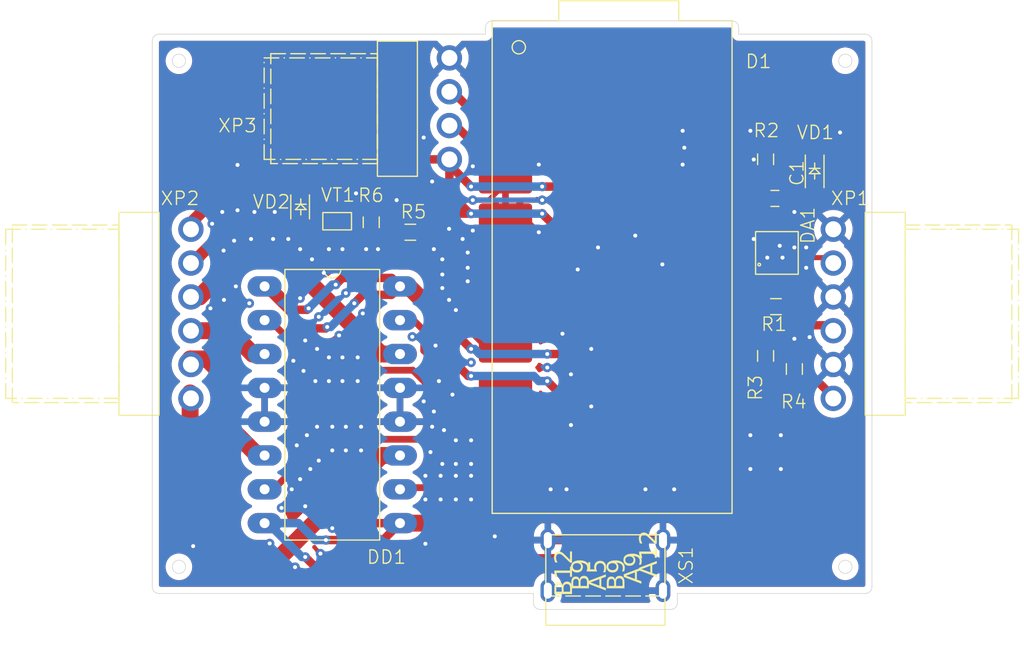
<source format=kicad_pcb>
(kicad_pcb (version 20241229) (generator "pcbnew") (generator_version "9.0")
  (layers (0 "F.Cu" signal) (2 "B.Cu" signal) (13 "F.Paste" user) (15 "B.Paste" user) (5 "F.SilkS" user "F.Silkscreen") (7 "B.SilkS" user "B.Silkscreen") (1 "F.Mask" user) (3 "B.Mask" user) (25 "Edge.Cuts" user))
  (net 0 "")
  (net 1 "GND")
  (net 2 "+5V")
  (net 3 "Net-(D1-Pad9)")
  (net 4 "Net-(D1-Pad8)")
  (net 5 "Net-(D1-Pad19)")
  (net 7 "Net-(D1-Pad7)")
  (net 8 "Net-(D1-Pad18)")
  (net 9 "Net-(D1-Pad0)")
  (net 17 "Net-(D1-Pad5)")
  (net 18 "Net-(D1-Pad1)")
  (net 19 "Net-(D1-Pad6)")
  (net 21 "Net-(DA1-Pad4)")
  (net 22 "Net-(DA1-Pad2)")
  (net 23 "Net-(DA1-Pad6)")
  (net 24 "Net-(DD1-Pad14)")
  (net 25 "Net-(R5-Pad2)")
  (net 28 "Net-(VD2-PadA)")
  (net 29 "Net-(DA1-Pad3)")
  (net 30 "Net-(DD1-Pad6)")
  (net 31 "Net-(DD1-Pad3)")
  (net 32 "Net-(DD1-Pad11)")
  (net 33 "Net-(D1-Pad21)")
  (footprint "MySmdSimpleComponents:resistor_0805_Most_Density" (layer "F.Cu") (at 98.679 139.446 -90)
    (property "Reference" "R4")
    (property "Value" "9,8 к" (hide yes))
  )
  (footprint "MySmdSimpleComponents:resistor_0805_Most_Density" (layer "F.Cu") (at 66.929 130.429 90)
    (property "Reference" "R6")
    (property "Value" "100 к" (hide yes))
  )
  (footprint "MySmdSimpleComponents:resistor_0805_Most_Density" (layer "F.Cu") (at 96.52 140.462 90)
    (property "Reference" "R3")
    (property "Value" "20 к" (hide yes))
  )
  (footprint "MyPCBConnectorsAndHeaders:USB-Type-C-4125-GF-A-0190" (layer "F.Cu") (at 80.18 153.291)
    (property "Reference" "XS1")
    (property "Value" "USB тип C")
  )
  (footprint "ArduinoPCB:proMicroSMD" (layer "F.Cu") (at 77.0025 121.285)
    (property "Reference" "D1")
    (property "Value" "Arduino Pro Micro")
  )
  (footprint "MyPCBConnectorsAndHeaders:WF-6R" (layer "F.Cu") (at 101.6 129.95)
    (property "Reference" "XP1")
    (property "Value" "WF-6R")
  )
  (footprint "MySmdIntegratedCircuits:MSOP-8" (layer "F.Cu") (at 96.393 133.604 90)
    (property "Reference" "DA1")
    (property "Value" "AD8220" (hide yes))
  )
  (footprint "MySmdSimpleComponents:resistor_0805_Most_Density" (layer "F.Cu") (at 70.866 130.175 180)
    (property "Reference" "R5")
    (property "Value" "10 к" (hide yes))
  )
  (footprint "MyThroughHoleIntegraitedCircuits:PowerDIP-16" (layer "F.Cu") (at 58.928 134.239)
    (property "Reference" "DD1")
    (property "Value" "L293D")
  )
  (footprint "MyPCBConnectorsAndHeaders:WF-6R" (layer "F.Cu") (at 53.4 142.65 180)
    (property "Reference" "XP2")
    (property "Value" "WF-6R")
  )
  (footprint "MySmdSimpleComponents:resistor_0805_Most_Density" (layer "F.Cu") (at 98.298 135.763 180)
    (property "Reference" "R1")
    (property "Value" "3,3 к" (hide yes))
  )
  (footprint "MySmdSimpleComponents:resistor_0805_Most_Density" (layer "F.Cu") (at 96.52 123.698 -90)
    (property "Reference" "R2")
    (property "Value" "510" (hide yes))
  )
  (footprint "MySmdSimpleComponents:diode_SOD-323_Most_Density" (layer "F.Cu") (at 61.595 126.873 -90)
    (property "Reference" "VD2")
    (property "Value" "PMEG2020" (hide yes))
  )
  (footprint "MySmdSimpleComponents:transistor-SOT-323" (layer "F.Cu") (at 65.024 128.397 -90)
    (property "Reference" "VT1")
    (property "Value" "DMG1012UW-7" (hide yes))
  )
  (footprint "MySmdSimpleComponents:capacitor_0805_Most_Density" (layer "F.Cu") (at 98.171 127.635 180)
    (property "Reference" "C1")
    (property "Value" "0,1 мк" (hide yes))
  )
  (footprint "MyPCBConnectorsAndHeaders:WF-4R" (layer "F.Cu") (at 72.794 124.704 180)
    (property "Reference" "XP3")
    (property "Value" "WF-4R")
  )
  (footprint "MySmdSimpleComponents:diode_SOD-80C_Most_Density" (layer "F.Cu") (at 100.203 123.778 -90)
    (property "Reference" "VD1")
    (property "Value" "BZX55C2V4" (hide yes))
  )
  (gr_arc (start 89.9 158) (mid 89.753553 158.353553) (end 89.4 158.5) (stroke (width 0.05)) (layer "Edge.Cuts"))
  (gr_line (start 79.1 157.3) (end 51 157.3) (stroke (width 0.05)) (layer "Edge.Cuts"))
  (gr_line (start 89.9 158) (end 89.9 157.3) (stroke (width 0.05)) (layer "Edge.Cuts"))
  (gr_line (start 76 114.3) (end 94 114.3) (stroke (width 0.05)) (layer "Edge.Cuts"))
  (gr_line (start 94.5 115.3) (end 104 115.3) (stroke (width 0.05)) (layer "Edge.Cuts"))
  (gr_arc (start 51 157.3) (mid 50.646447 157.153553) (end 50.5 156.8) (stroke (width 0.05)) (layer "Edge.Cuts"))
  (gr_arc (start 94 114.3) (mid 94.353553 114.446447) (end 94.5 114.8) (stroke (width 0.05)) (layer "Edge.Cuts"))
  (gr_circle (center 102.5 117.3) (end 102.5 116.8) (stroke (width 0.05)) (fill no) (layer "Edge.Cuts"))
  (gr_line (start 75.5 114.8) (end 75.5 115.3) (stroke (width 0.05)) (layer "Edge.Cuts"))
  (gr_circle (center 52.5 117.3) (end 52.5 116.8) (stroke (width 0.05)) (fill no) (layer "Edge.Cuts"))
  (gr_arc (start 104 115.3) (mid 104.353553 115.446447) (end 104.5 115.8) (stroke (width 0.05)) (layer "Edge.Cuts"))
  (gr_arc (start 75.5 114.8) (mid 75.646447 114.446447) (end 76 114.3) (stroke (width 0.05)) (layer "Edge.Cuts"))
  (gr_circle (center 52.5 155.3) (end 52.5 154.8) (stroke (width 0.05)) (fill no) (layer "Edge.Cuts"))
  (gr_line (start 104.5 115.8) (end 104.5 156.8) (stroke (width 0.05)) (layer "Edge.Cuts"))
  (gr_line (start 89.4 158.5) (end 79.6 158.5) (stroke (width 0.05)) (layer "Edge.Cuts"))
  (gr_line (start 89.9 157.3) (end 104 157.3) (stroke (width 0.05)) (layer "Edge.Cuts"))
  (gr_circle (center 102.5 155.3) (end 102.5 154.8) (stroke (width 0.05)) (fill no) (layer "Edge.Cuts"))
  (gr_line (start 51 115.3) (end 75.5 115.3) (stroke (width 0.05)) (layer "Edge.Cuts"))
  (gr_line (start 50.5 156.8) (end 50.5 115.8) (stroke (width 0.05)) (layer "Edge.Cuts"))
  (gr_arc (start 50.5 115.8) (mid 50.646447 115.446447) (end 51 115.3) (stroke (width 0.05)) (layer "Edge.Cuts"))
  (gr_line (start 94.5 114.8) (end 94.5 115.3) (stroke (width 0.05)) (layer "Edge.Cuts"))
  (gr_arc (start 79.6 158.5) (mid 79.246447 158.353553) (end 79.1 158) (stroke (width 0.05)) (layer "Edge.Cuts"))
  (gr_line (start 79.1 157.3) (end 79.1 158) (stroke (width 0.05)) (layer "Edge.Cuts"))
  (gr_arc (start 104.5 156.8) (mid 104.353553 157.153553) (end 104 157.3) (stroke (width 0.05)) (layer "Edge.Cuts"))
  (segment (start 96.393 133.604) (end 96.393 132.334) (width 0.381) (layer "F.Cu") (net 1))
  (segment (start 98.679 128.651) (end 98.171 128.143) (width 0.635) (layer "F.Cu") (net 1))
  (segment (start 93.0275 123.825) (end 94.742 123.825) (width 0.381) (layer "F.Cu") (net 1))
  (segment (start 74.549 130.048) (end 74.93 130.048) (width 0.381) (layer "F.Cu") (net 1))
  (segment (start 98.759 127.428) (end 100.203 127.428) (width 0.635) (layer "F.Cu") (net 1))
  (segment (start 75.7555 127.762) (end 77.0025 126.515) (width 0.381) (layer "F.Cu") (net 1))
  (segment (start 74.549 127.762) (end 76.0095 127.762) (width 0.381) (layer "F.Cu") (net 1))
  (segment (start 77.1525 128.905) (end 78.2955 127.762) (width 0.381) (layer "F.Cu") (net 1))
  (segment (start 77.1525 128.905) (end 78.232 128.905) (width 0.381) (layer "F.Cu") (net 1))
  (segment (start 90.297 125.095) (end 90.678 125.095) (width 0.381) (layer "F.Cu") (net 1))
  (segment (start 96.393 132.334) (end 96.647 132.08) (width 0.381) (layer "F.Cu") (net 1))
  (segment (start 78.232 126.365) (end 79.502 125.095) (width 0.381) (layer "F.Cu") (net 1))
  (segment (start 74.549 127.762) (end 75.7555 127.762) (width 0.381) (layer "F.Cu") (net 1))
  (segment (start 98.298 127.508) (end 98.679 127.508) (width 0.635) (layer "F.Cu") (net 1))
  (segment (start 74.93 130.048) (end 76.073 128.905) (width 0.381) (layer "F.Cu") (net 1))
  (segment (start 74.549 125.222) (end 74.93 125.222) (width 0.381) (layer "F.Cu") (net 1))
  (segment (start 77.0025 126.515) (end 77.0025 126.365) (width 0.381) (layer "F.Cu") (net 1))
  (segment (start 94.742 123.825) (end 95.631 124.714) (width 0.381) (layer "F.Cu") (net 1))
  (segment (start 90.424 123.825) (end 93.0275 123.825) (width 0.381) (layer "F.Cu") (net 1))
  (segment (start 98.679 127.508) (end 98.759 127.428) (width 0.635) (layer "F.Cu") (net 1))
  (segment (start 98.171 127.635) (end 98.298 127.508) (width 0.635) (layer "F.Cu") (net 1))
  (segment (start 90.678 125.095) (end 91.948 123.825) (width 0.381) (layer "F.Cu") (net 1))
  (segment (start 80.18 153.291) (end 81.67 153.291) (width 0.635) (layer "F.Cu") (net 1))
  (segment (start 74.93 125.222) (end 76.073 126.365) (width 0.381) (layer "F.Cu") (net 1))
  (segment (start 95.377 122.555) (end 94.107 123.825) (width 0.381) (layer "F.Cu") (net 1))
  (segment (start 90.678 122.555) (end 91.948 123.825) (width 0.381) (layer "F.Cu") (net 1))
  (segment (start 98.171 128.143) (end 98.171 127.635) (width 0.635) (layer "F.Cu") (net 1))
  (segment (start 78.232 128.905) (end 79.502 130.175) (width 0.381) (layer "F.Cu") (net 1))
  (segment (start 76.073 126.365) (end 78.232 126.365) (width 0.381) (layer "F.Cu") (net 1))
  (segment (start 76.073 128.905) (end 77.1525 128.905) (width 0.381) (layer "F.Cu") (net 1))
  (segment (start 81.67 153.291) (end 81.75 153.211) (width 0.635) (layer "F.Cu") (net 1))
  (segment (start 94.107 123.825) (end 93.0275 123.825) (width 0.381) (layer "F.Cu") (net 1))
  (segment (start 78.2955 127.762) (end 79.756 127.762) (width 0.381) (layer "F.Cu") (net 1))
  (segment (start 77.0025 128.755) (end 77.0025 128.905) (width 0.381) (layer "F.Cu") (net 1))
  (segment (start 76.0095 127.762) (end 77.0025 128.755) (width 0.381) (layer "F.Cu") (net 1))
  (segment (start 91.948 123.825) (end 93.0275 123.825) (width 0.381) (layer "F.Cu") (net 1))
  (segment (start 90.297 122.555) (end 90.678 122.555) (width 0.381) (layer "F.Cu") (net 1))
  (via (at 71.374 146.685) (size 0.7) (drill 0.3) (layers "F.Cu" "B.Cu") (net 1))
  (via (at 53.5686 153.7462) (size 0.7) (drill 0.3) (layers "F.Cu" "B.Cu") (net 1))
  (via (at 61.595 131.445) (size 0.7) (drill 0.3) (layers "F.Cu" "B.Cu") (net 1))
  (via (at 72.263 134.366) (size 0.7) (drill 0.3) (layers "F.Cu" "B.Cu") (net 1))
  (via (at 90.297 125.095) (size 0.7) (drill 0.3) (layers "F.Cu" "B.Cu") (net 1))
  (via (at 72.263 133.35) (size 0.7) (drill 0.3) (layers "F.Cu" "B.Cu") (net 1))
  (via (at 83.439 138.938) (size 0.7) (drill 0.3) (layers "F.Cu" "B.Cu") (net 1))
  (via (at 95.377 122.555) (size 0.7) (drill 0.3) (layers "F.Cu" "B.Cu") (net 1))
  (via (at 82.423 132.969) (size 0.7) (drill 0.3) (layers "F.Cu" "B.Cu") (net 1))
  (via (at 89.662 149.479) (size 0.7) (drill 0.3) (layers "F.Cu" "B.Cu") (net 1))
  (via (at 66.167 144.78) (size 0.7) (drill 0.3) (layers "F.Cu" "B.Cu") (net 1))
  (via (at 79.502 125.095) (size 0.7) (drill 0.3) (layers "F.Cu" "B.Cu") (net 1))
  (via (at 83.439 143.256) (size 0.7) (drill 0.3) (layers "F.Cu" "B.Cu") (net 1))
  (via (at 73.279 147.574) (size 0.7) (drill 0.3) (layers "F.Cu" "B.Cu") (net 1))
  (via (at 83.947 131.318) (size 0.7) (drill 0.3) (layers "F.Cu" "B.Cu") (net 1))
  (via (at 66.167 146.558) (size 0.7) (drill 0.3) (layers "F.Cu" "B.Cu") (net 1))
  (via (at 63.373 133.223) (size 0.7) (drill 0.3) (layers "F.Cu" "B.Cu") (net 1))
  (via (at 68.834 127.762) (size 0.7) (drill 0.3) (layers "F.Cu" "B.Cu") (net 1))
  (via (at 62.357 147.955) (size 0.7) (drill 0.3) (layers "F.Cu" "B.Cu") (net 1))
  (via (at 62.992 136.525) (size 0.7) (drill 0.3) (layers "F.Cu" "B.Cu") (net 1))
  (via (at 74.549 130.048) (size 0.7) (drill 0.3) (layers "F.Cu" "B.Cu") (net 1))
  (via (at 65.913 139.573) (size 0.7) (drill 0.3) (layers "F.Cu" "B.Cu") (net 1))
  (via (at 74.549 125.222) (size 0.7) (drill 0.3) (layers "F.Cu" "B.Cu") (net 1))
  (via (at 71.628 131.445) (size 0.7) (drill 0.3) (layers "F.Cu" "B.Cu") (net 1))
  (via (at 65.024 134.747) (size 0.7) (drill 0.3) (layers "F.Cu" "B.Cu") (net 1))
  (via (at 64.008 152.4) (size 0.7) (drill 0.3) (layers "F.Cu" "B.Cu") (net 1))
  (via (at 97.663 145.415) (size 0.7) (drill 0.3) (layers "F.Cu" "B.Cu") (net 1))
  (via (at 99.822 138.049) (size 0.7) (drill 0.3) (layers "F.Cu" "B.Cu") (net 1))
  (via (at 62.865 138.938) (size 0.7) (drill 0.3) (layers "F.Cu" "B.Cu") (net 1))
  (via (at 59.309 153.543) (size 0.7) (drill 0.3) (layers "F.Cu" "B.Cu") (net 1))
  (via (at 64.516 137.922) (size 0.7) (drill 0.3) (layers "F.Cu" "B.Cu") (net 1))
  (via (at 72.136 150.241) (size 0.7) (drill 0.3) (layers "F.Cu" "B.Cu") (net 1))
  (via (at 95.377 147.955) (size 0.7) (drill 0.3) (layers "F.Cu" "B.Cu") (net 1))
  (via (at 65.913 141.351) (size 0.7) (drill 0.3) (layers "F.Cu" "B.Cu") (net 1))
  (via (at 76.2 153.0096) (size 0.7) (drill 0.3) (layers "F.Cu" "B.Cu") (net 1))
  (via (at 67.437 131.445) (size 0.7) (drill 0.3) (layers "F.Cu" "B.Cu") (net 1))
  (via (at 73.279 136.017) (size 0.7) (drill 0.3) (layers "F.Cu" "B.Cu") (net 1))
  (via (at 64.77 141.351) (size 0.7) (drill 0.3) (layers "F.Cu" "B.Cu") (net 1))
  (via (at 86.741 130.429) (size 0.7) (drill 0.3) (layers "F.Cu" "B.Cu") (net 1))
  (via (at 98.679 138.176) (size 0.7) (drill 0.3) (layers "F.Cu" "B.Cu") (net 1))
  (via (at 73.025 142.367) (size 0.7) (drill 0.3) (layers "F.Cu" "B.Cu") (net 1))
  (via (at 97.663 147.955) (size 0.7) (drill 0.3) (layers "F.Cu" "B.Cu") (net 1))
  (via (at 74.422 150.241) (size 0.7) (drill 0.3) (layers "F.Cu" "B.Cu") (net 1))
  (via (at 72.771 129.921) (size 0.7) (drill 0.3) (layers "F.Cu" "B.Cu") (net 1))
  (via (at 66.294 136.271) (size 0.7) (drill 0.3) (layers "F.Cu" "B.Cu") (net 1))
  (via (at 81.5848 149.479) (size 0.7) (drill 0.3) (layers "F.Cu" "B.Cu") (net 1))
  (via (at 60.198 150.876) (size 0.7) (drill 0.3) (layers "F.Cu" "B.Cu") (net 1))
  (via (at 72.771 135.255) (size 0.7) (drill 0.3) (layers "F.Cu" "B.Cu") (net 1))
  (via (at 72.263 132.207) (size 0.7) (drill 0.3) (layers "F.Cu" "B.Cu") (net 1))
  (via (at 102.108 122.682) (size 0.7) (drill 0.3) (layers "F.Cu" "B.Cu") (net 1))
  (via (at 79.502 130.175) (size 0.7) (drill 0.3) (layers "F.Cu" "B.Cu") (net 1))
  (via (at 60.706 130.683) (size 0.7) (drill 0.3) (layers "F.Cu" "B.Cu") (net 1))
  (via (at 87.503 149.479) (size 0.7) (drill 0.3) (layers "F.Cu" "B.Cu") (net 1))
  (via (at 95.377 145.415) (size 0.7) (drill 0.3) (layers "F.Cu" "B.Cu") (net 1))
  (via (at 97.579898 131.191) (size 0.7) (drill 0.3) (layers "F.Cu" "B.Cu") (net 1))
  (via (at 81.28 137.795) (size 0.7) (drill 0.3) (layers "F.Cu" "B.Cu") (net 1))
  (via (at 98.679 131.318) (size 0.7) (drill 0.3) (layers "F.Cu" "B.Cu") (net 1))
  (via (at 63.754 131.445) (size 0.7) (drill 0.3) (layers "F.Cu" "B.Cu") (net 1))
  (via (at 57.912 130.683) (size 0.7) (drill 0.3) (layers "F.Cu" "B.Cu") (net 1))
  (via (at 81.915 144.653) (size 0.7) (drill 0.3) (layers "F.Cu" "B.Cu") (net 1))
  (via (at 74.422 148.463) (size 0.7) (drill 0.3) (layers "F.Cu" "B.Cu") (net 1))
  (via (at 71.755 138.684) (size 0.7) (drill 0.3) (layers "F.Cu" "B.Cu") (net 1))
  (via (at 96.647 132.08) (size 0.7) (drill 0.3) (layers "F.Cu" "B.Cu") (net 1))
  (via (at 61.595 135.128) (size 0.7) (drill 0.3) (layers "F.Cu" "B.Cu") (net 1))
  (via (at 55.851093 131.551093) (size 0.7) (drill 0.3) (layers "F.Cu" "B.Cu") (net 1))
  (via (at 99.568 132.842) (size 0.7) (drill 0.3) (layers "F.Cu" "B.Cu") (net 1))
  (via (at 57.785 135.509) (size 0.7) (drill 0.3) (layers "F.Cu" "B.Cu") (net 1))
  (via (at 61.595 148.717) (size 0.7) (drill 0.3) (layers "F.Cu" "B.Cu") (net 1))
  (via (at 56.769 134.239) (size 0.7) (drill 0.3) (layers "F.Cu" "B.Cu") (net 1))
  (via (at 72.136 148.463) (size 0.7) (drill 0.3) (layers "F.Cu" "B.Cu") (net 1))
  (via (at 65.024 144.78) (size 0.7) (drill 0.3) (layers "F.Cu" "B.Cu") (net 1))
  (via (at 54.991 129.54) (size 0.7) (drill 0.3) (layers "F.Cu" "B.Cu") (net 1))
  (via (at 74.422 147.574) (size 0.7) (drill 0.3) (layers "F.Cu" "B.Cu") (net 1))
  (via (at 80.391 149.479) (size 0.7) (drill 0.3) (layers "F.Cu" "B.Cu") (net 1))
  (via (at 61.087 139.827) (size 0.7) (drill 0.3) (layers "F.Cu" "B.Cu") (net 1))
  (via (at 62.484 132.207) (size 0.7) (drill 0.3) (layers "F.Cu" "B.Cu") (net 1))
  (via (at 60.96 149.479) (size 0.7) (drill 0.3) (layers "F.Cu" "B.Cu") (net 1))
  (via (at 73.279 145.796) (size 0.7) (drill 0.3) (layers "F.Cu" "B.Cu") (net 1))
  (via (at 65.786 127.254) (size 0.7) (drill 0.3) (layers "F.Cu" "B.Cu") (net 1))
  (via (at 64.008 146.558) (size 0.7) (drill 0.3) (layers "F.Cu" "B.Cu") (net 1))
  (via (at 61.341 146.177) (size 0.7) (drill 0.3) (layers "F.Cu" "B.Cu") (net 1))
  (via (at 58.166 128.651) (size 0.7) (drill 0.3) (layers "F.Cu" "B.Cu") (net 1))
  (via (at 88.773 132.588) (size 0.7) (drill 0.3) (layers "F.Cu" "B.Cu") (net 1))
  (via (at 74.549 127.762) (size 0.7) (drill 0.3) (layers "F.Cu" "B.Cu") (net 1))
  (via (at 64.008 144.78) (size 0.7) (drill 0.3) (layers "F.Cu" "B.Cu") (net 1))
  (via (at 59.69 128.651) (size 0.7) (drill 0.3) (layers "F.Cu" "B.Cu") (net 1))
  (via (at 81.915 140.843) (size 0.7) (drill 0.3) (layers "F.Cu" "B.Cu") (net 1))
  (via (at 61.214 155.321) (size 0.7) (drill 0.3) (layers "F.Cu" "B.Cu") (net 1))
  (via (at 55.753 128.651) (size 0.7) (drill 0.3) (layers "F.Cu" "B.Cu") (net 1))
  (via (at 70.993 150.241) (size 0.7) (drill 0.3) (layers "F.Cu" "B.Cu") (net 1))
  (via (at 90.424 123.825) (size 0.7) (drill 0.3) (layers "F.Cu" "B.Cu") (net 1))
  (via (at 70.993 148.463) (size 0.7) (drill 0.3) (layers "F.Cu" "B.Cu") (net 1))
  (via (at 74.422 145.796) (size 0.7) (drill 0.3) (layers "F.Cu" "B.Cu") (net 1))
  (via (at 59.563 130.683) (size 0.7) (drill 0.3) (layers "F.Cu" "B.Cu") (net 1))
  (via (at 70.866 142.875) (size 0.7) (drill 0.3) (layers "F.Cu" "B.Cu") (net 1))
  (via (at 61.976 150.749) (size 0.7) (drill 0.3) (layers "F.Cu" "B.Cu") (net 1))
  (via (at 73.279 150.241) (size 0.7) (drill 0.3) (layers "F.Cu" "B.Cu") (net 1))
  (via (at 55.88 135.255) (size 0.7) (drill 0.3) (layers "F.Cu" "B.Cu") (net 1))
  (via (at 70.866 123.063) (size 0.7) (drill 0.3) (layers "F.Cu" "B.Cu") (net 1))
  (via (at 90.297 122.555) (size 0.7) (drill 0.3) (layers "F.Cu" "B.Cu") (net 1))
  (via (at 61.849 140.589) (size 0.7) (drill 0.3) (layers "F.Cu" "B.Cu") (net 1))
  (via (at 63.754 139.573) (size 0.7) (drill 0.3) (layers "F.Cu" "B.Cu") (net 1))
  (via (at 63.119 154.305) (size 0.7) (drill 0.3) (layers "F.Cu" "B.Cu") (net 1))
  (via (at 73.787 130.683) (size 0.7) (drill 0.3) (layers "F.Cu" "B.Cu") (net 1))
  (via (at 74.422 139.954) (size 0.7) (drill 0.3) (layers "F.Cu" "B.Cu") (net 1))
  (via (at 62.103 145.415) (size 0.7) (drill 0.3) (layers "F.Cu" "B.Cu") (net 1))
  (via (at 71.628 143.637) (size 0.7) (drill 0.3) (layers "F.Cu" "B.Cu") (net 1))
  (via (at 62.992 147.32) (size 0.7) (drill 0.3) (layers "F.Cu" "B.Cu") (net 1))
  (via (at 72.009 141.351) (size 0.7) (drill 0.3) (layers "F.Cu" "B.Cu") (net 1))
  (via (at 65.024 146.558) (size 0.7) (drill 0.3) (layers "F.Cu" "B.Cu") (net 1))
  (via (at 56.896 125.1204) (size 0.7) (drill 0.3) (layers "F.Cu" "B.Cu") (net 1))
  (via (at 72.263 147.574) (size 0.7) (drill 0.3) (layers "F.Cu" "B.Cu") (net 1))
  (via (at 71.501 126.365) (size 0.7) (drill 0.3) (layers "F.Cu" "B.Cu") (net 1))
  (via (at 99.568 131.318) (size 0.7) (drill 0.3) (layers "F.Cu" "B.Cu") (net 1))
  (via (at 61.976 138.303) (size 0.7) (drill 0.3) (layers "F.Cu" "B.Cu") (net 1))
  (via (at 66.548 131.445) (size 0.7) (drill 0.3) (layers "F.Cu" "B.Cu") (net 1))
  (via (at 73.279 148.463) (size 0.7) (drill 0.3) (layers "F.Cu" "B.Cu") (net 1))
  (via (at 64.77 131.445) (size 0.7) (drill 0.3) (layers "F.Cu" "B.Cu") (net 1))
  (via (at 72.39 145.034) (size 0.7) (drill 0.3) (layers "F.Cu" "B.Cu") (net 1))
  (via (at 62.738 141.351) (size 0.7) (drill 0.3) (layers "F.Cu" "B.Cu") (net 1))
  (via (at 62.865 144.78) (size 0.7) (drill 0.3) (layers "F.Cu" "B.Cu") (net 1))
  (via (at 74.168 133.858) (size 0.7) (drill 0.3) (layers "F.Cu" "B.Cu") (net 1))
  (via (at 95.631 124.714) (size 0.7) (drill 0.3) (layers "F.Cu" "B.Cu") (net 1))
  (via (at 70.993 153.5684) (size 0.7) (drill 0.3) (layers "F.Cu" "B.Cu") (net 1))
  (via (at 97.79 132.08) (size 0.7) (drill 0.3) (layers "F.Cu" "B.Cu") (net 1))
  (via (at 74.168 131.699) (size 0.7) (drill 0.3) (layers "F.Cu" "B.Cu") (net 1))
  (via (at 71.501 144.78) (size 0.7) (drill 0.3) (layers "F.Cu" "B.Cu") (net 1))
  (via (at 80.137 140.335) (size 0.7) (drill 0.3) (layers "F.Cu" "B.Cu") (net 1))
  (via (at 54.864 135.89) (size 0.7) (drill 0.3) (layers "F.Cu" "B.Cu") (net 1))
  (via (at 56.642 130.81) (size 0.7) (drill 0.3) (layers "F.Cu" "B.Cu") (net 1))
  (via (at 63.754 141.351) (size 0.7) (drill 0.3) (layers "F.Cu" "B.Cu") (net 1))
  (via (at 74.168 132.842) (size 0.7) (drill 0.3) (layers "F.Cu" "B.Cu") (net 1))
  (via (at 56.896 128.524) (size 0.7) (drill 0.3) (layers "F.Cu" "B.Cu") (net 1))
  (via (at 64.77 139.573) (size 0.7) (drill 0.3) (layers "F.Cu" "B.Cu") (net 1))
  (via (at 79.756 127.762) (size 0.7) (drill 0.3) (layers "F.Cu" "B.Cu") (net 1))
  (via (at 98.679 128.651) (size 0.7) (drill 0.3) (layers "F.Cu" "B.Cu") (net 1))
  (via (at 70.010891 138.023673) (size 0.7) (drill 0.3) (layers "F.Cu" "B.Cu") (net 1))
  (via (at 95.631 130.683) (size 0.7) (drill 0.3) (layers "F.Cu" "B.Cu") (net 1))
  (segment (start 69.596 126.238) (end 62.227 126.238) (width 0.889) (layer "F.Cu") (net 2))
  (segment (start 74.422 138.938) (end 72.644 137.16) (width 0.635) (layer "F.Cu") (net 2))
  (segment (start 60.325 135.382) (end 60.325 135.636) (width 0.635) (layer "F.Cu") (net 2))
  (segment (start 56 126.87) (end 53.4 129.47) (width 0.889) (layer "F.Cu") (net 2))
  (segment (start 80.137 139.319) (end 82.042 139.319) (width 0.635) (layer "F.Cu") (net 2))
  (segment (start 69.723 134.239) (end 69.088 134.239) (width 1.27) (layer "F.Cu") (net 2))
  (segment (start 96.276 127.635) (end 95.9358 127.635) (width 0.889) (layer "F.Cu") (net 2))
  (segment (start 90.297 128.905) (end 85.09 134.112) (width 1.27) (layer "F.Cu") (net 2))
  (segment (start 82.3142 151.7142) (end 82.98 152.38) (width 0.635) (layer "F.Cu") (net 2))
  (segment (start 95.9358 127.635) (end 94.6658 128.905) (width 0.889) (layer "F.Cu") (net 2))
  (segment (start 96.064 126.114) (end 96.064 127.5068) (width 0.762) (layer "F.Cu") (net 2))
  (segment (start 62.23 135.89) (end 62.1235 135.9965) (width 0.635) (layer "F.Cu") (net 2))
  (segment (start 93.0275 128.905) (end 90.297 128.905) (width 1.27) (layer "F.Cu") (net 2))
  (segment (start 82.98 149.049) (end 85.09 146.939) (width 0.635) (layer "F.Cu") (net 2))
  (segment (start 64.262 134.112) (end 64.77 133.604) (width 0.635) (layer "F.Cu") (net 2))
  (segment (start 94.878 151.7) (end 96.647 149.931) (width 0.635) (layer "F.Cu") (net 2))
  (segment (start 59.182 134.239) (end 59.309 134.366) (width 0.635) (layer "F.Cu") (net 2))
  (segment (start 96.464 125.714) (end 96.276 125.902) (width 0.762) (layer "F.Cu") (net 2))
  (segment (start 66.294 152.019) (end 69.088 152.019) (width 0.635) (layer "F.Cu") (net 2))
  (segment (start 96.276 128.2188) (end 96.378 128.3208) (width 0.381) (layer "F.Cu") (net 2))
  (segment (start 53.4 129.95) (end 53.34 129.89) (width 0.889) (layer "F.Cu") (net 2))
  (segment (start 65.659 135.509) (end 66.294 134.874) (width 0.635) (layer "F.Cu") (net 2))
  (segment (start 86.02 153.211) (end 86.02 152.611) (width 0.635) (layer "F.Cu") (net 2))
  (segment (start 85.09 130.937) (end 80.899 126.746) (width 0.635) (layer "F.Cu") (net 2))
  (segment (start 85.09 134.112) (end 85.09 146.939) (width 1.27) (layer "F.Cu") (net 2))
  (segment (start 74.209755 140.97) (end 74.422 140.97) (width 0.635) (layer "F.Cu") (net 2))
  (segment (start 72.644 137.16) (end 69.723 134.239) (width 1.27) (layer "F.Cu") (net 2))
  (segment (start 96.647 149.931) (end 96.647 140.629) (width 0.635) (layer "F.Cu") (net 2))
  (segment (start 72.644 139.404245) (end 72.644 137.16) (width 0.635) (layer "F.Cu") (net 2))
  (segment (start 53.4 129.47) (end 53.4 129.95) (width 0.889) (layer "F.Cu") (net 2))
  (segment (start 72.794 124.45) (end 72.794 124.991) (width 0.635) (layer "F.Cu") (net 2))
  (segment (start 72.136 128.778) (end 74.422 128.778) (width 0.635) (layer "F.Cu") (net 2))
  (segment (start 73.5838 151.7142) (end 82.3142 151.7142) (width 0.635) (layer "F.Cu") (net 2))
  (segment (start 61.235255 135.9965) (end 60.620755 135.382) (width 0.635) (layer "F.Cu") (net 2))
  (segment (start 86.02 151.98) (end 86.02 147.869) (width 0.635) (layer "F.Cu") (net 2))
  (segment (start 82.042 139.319) (end 85.09 142.367) (width 0.635) (layer "F.Cu") (net 2))
  (segment (start 64.897 155.194) (end 66.802 153.289) (width 0.635) (layer "F.Cu") (net 2))
  (segment (start 79.756 128.778) (end 85.09 134.112) (width 0.635) (layer "F.Cu") (net 2))
  (segment (start 61.976 154.559) (end 62.611 155.194) (width 0.635) (layer "F.Cu") (net 2))
  (segment (start 96.064 127.5068) (end 94.6658 128.905) (width 0.762) (layer "F.Cu") (net 2))
  (segment (start 85.09 146.304) (end 85.09 146.939) (width 0.635) (layer "F.Cu") (net 2))
  (segment (start 96.647 140.629) (end 96.464 140.446) (width 0.635) (layer "F.Cu") (net 2))
  (segment (start 80.137 141.351) (end 85.09 146.304) (width 0.635) (layer "F.Cu") (net 2))
  (segment (start 94.6658 128.905) (end 93.0275 128.905) (width 0.762) (layer "F.Cu") (net 2))
  (segment (start 62.611 155.194) (end 64.897 155.194) (width 0.635) (layer "F.Cu") (net 2))
  (segment (start 85.5394 154.6606) (end 86.02 154.18) (width 0.635) (layer "F.Cu") (net 2))
  (segment (start 86.02 152.611) (end 86.931 151.7) (width 0.635) (layer "F.Cu") (net 2))
  (segment (start 85.09 142.367) (end 85.09 146.939) (width 0.635) (layer "F.Cu") (net 2))
  (segment (start 96.276 127.635) (end 96.276 128.2188) (width 0.381) (layer "F.Cu") (net 2))
  (segment (start 73.279 152.019) (end 73.5838 151.7142) (width 0.635) (layer "F.Cu") (net 2))
  (segment (start 73.279 152.019) (end 75.9206 154.6606) (width 0.635) (layer "F.Cu") (net 2))
  (segment (start 67.818 153.289) (end 69.088 152.019) (width 0.635) (layer "F.Cu") (net 2))
  (segment (start 80.899 126.746) (end 79.756 126.746) (width 0.635) (layer "F.Cu") (net 2))
  (segment (start 66.802 153.289) (end 67.818 153.289) (width 0.635) (layer "F.Cu") (net 2))
  (segment (start 86.02 147.869) (end 85.09 146.939) (width 0.635) (layer "F.Cu") (net 2))
  (segment (start 86.931 151.7) (end 94.878 151.7) (width 0.635) (layer "F.Cu") (net 2))
  (segment (start 96.464 125.714) (end 96.064 126.114) (width 0.762) (layer "F.Cu") (net 2))
  (segment (start 74.336755 128.778) (end 72.794 127.235245) (width 0.635) (layer "F.Cu") (net 2))
  (segment (start 72.794 127.235245) (end 72.794 124.704) (width 0.635) (layer "F.Cu") (net 2))
  (segment (start 72.794 125.118) (end 72.794 124.704) (width 0.635) (layer "F.Cu") (net 2))
  (segment (start 58.928 134.239) (end 59.182 134.239) (width 0.635) (layer "F.Cu") (net 2))
  (segment (start 65.024 153.289) (end 66.294 152.019) (width 0.635) (layer "F.Cu") (net 2))
  (segment (start 62.1235 135.9965) (end 61.235255 135.9965) (width 0.635) (layer "F.Cu") (net 2))
  (segment (start 69.596 126.238) (end 72.136 128.778) (width 0.635) (layer "F.Cu") (net 2))
  (segment (start 60.325 135.636) (end 62.0825 137.3935) (width 0.635) (layer "F.Cu") (net 2))
  (segment (start 97.806 141.462) (end 96.79 142.478) (width 0.635) (layer "F.Cu") (net 2))
  (segment (start 62.227 126.238) (end 61.595 126.87) (width 0.889) (layer "F.Cu") (net 2))
  (segment (start 60.620755 135.382) (end 60.325 135.382) (width 0.635) (layer "F.Cu") (net 2))
  (segment (start 69.596 126.238) (end 71.13 124.704) (width 0.635) (layer "F.Cu") (net 2))
  (segment (start 59.309 134.366) (end 60.325 135.382) (width 1.016) (layer "F.Cu") (net 2))
  (segment (start 74.422 126.746) (end 72.794 125.118) (width 0.635) (layer "F.Cu") (net 2))
  (segment (start 63.527422 153.289) (end 65.024 153.289) (width 0.635) (layer "F.Cu") (net 2))
  (segment (start 74.422 128.778) (end 74.336755 128.778) (width 0.635) (layer "F.Cu") (net 2))
  (segment (start 85.09 134.112) (end 85.09 130.937) (width 0.635) (layer "F.Cu") (net 2))
  (segment (start 68.453 133.604) (end 69.088 134.239) (width 0.635) (layer "F.Cu") (net 2))
  (segment (start 72.644 139.404245) (end 74.209755 140.97) (width 0.635) (layer "F.Cu") (net 2))
  (segment (start 62.0825 137.3935) (end 63.5205 137.3935) (width 0.635) (layer "F.Cu") (net 2))
  (segment (start 82.98 152.38) (end 82.98 149.049) (width 0.635) (layer "F.Cu") (net 2))
  (segment (start 68.453 134.874) (end 69.088 134.239) (width 0.635) (layer "F.Cu") (net 2))
  (segment (start 98.623 141.462) (end 97.806 141.462) (width 0.635) (layer "F.Cu") (net 2))
  (segment (start 69.088 152.019) (end 73.279 152.019) (width 1.27) (layer "F.Cu") (net 2))
  (segment (start 53.34 129.89) (end 53.34 129.54) (width 0.889) (layer "F.Cu") (net 2))
  (segment (start 66.294 134.874) (end 68.453 134.874) (width 0.635) (layer "F.Cu") (net 2))
  (segment (start 64.77 133.604) (end 68.453 133.604) (width 0.635) (layer "F.Cu") (net 2))
  (segment (start 82.98 152.38) (end 82.98 153.211) (width 0.635) (layer "F.Cu") (net 2))
  (segment (start 86.02 153.211) (end 86.02 151.98) (width 0.635) (layer "F.Cu") (net 2))
  (segment (start 61.595 126.87) (end 56 126.87) (width 0.889) (layer "F.Cu") (net 2))
  (segment (start 75.9206 154.6606) (end 85.5394 154.6606) (width 0.635) (layer "F.Cu") (net 2))
  (segment (start 96.378 129.824) (end 96.378 128.3208) (width 0.381) (layer "F.Cu") (net 2))
  (segment (start 63.5205 137.3935) (end 63.627 137.287) (width 0.635) (layer "F.Cu") (net 2))
  (segment (start 86.02 154.18) (end 86.02 153.211) (width 0.635) (layer "F.Cu") (net 2))
  (segment (start 71.13 124.704) (end 72.794 124.704) (width 0.635) (layer "F.Cu") (net 2))
  (via (at 74.422 140.97) (size 0.7) (drill 0.3) (layers "F.Cu" "B.Cu") (net 2))
  (via (at 74.422 126.746) (size 0.7) (drill 0.3) (layers "F.Cu" "B.Cu") (net 2))
  (via (at 74.422 128.778) (size 0.7) (drill 0.3) (layers "F.Cu" "B.Cu") (net 2))
  (via (at 79.756 128.778) (size 0.7) (drill 0.3) (layers "F.Cu" "B.Cu") (net 2))
  (via (at 63.527422 153.289) (size 0.7) (drill 0.3) (layers "F.Cu" "B.Cu") (net 2))
  (via (at 61.976 154.559) (size 0.7) (drill 0.3) (layers "F.Cu" "B.Cu") (net 2))
  (via (at 74.422 138.938) (size 0.7) (drill 0.3) (layers "F.Cu" "B.Cu") (net 2))
  (via (at 65.659 135.509) (size 0.7) (drill 0.3) (layers "F.Cu" "B.Cu") (net 2))
  (via (at 80.137 141.351) (size 0.7) (drill 0.3) (layers "F.Cu" "B.Cu") (net 2))
  (via (at 79.756 126.746) (size 0.7) (drill 0.3) (layers "F.Cu" "B.Cu") (net 2))
  (via (at 63.627 137.287) (size 0.7) (drill 0.3) (layers "F.Cu" "B.Cu") (net 2))
  (via (at 64.262 134.112) (size 0.7) (drill 0.3) (layers "F.Cu" "B.Cu") (net 2))
  (via (at 80.137 139.319) (size 0.7) (drill 0.3) (layers "F.Cu" "B.Cu") (net 2))
  (via (at 62.23 135.89) (size 0.7) (drill 0.3) (layers "F.Cu" "B.Cu") (net 2))
  (segment (start 61.976 154.559) (end 61.722 154.559) (width 0.635) (layer "B.Cu") (net 2))
  (segment (start 80.137 141.351) (end 79.502 141.351) (width 0.635) (layer "B.Cu") (net 2))
  (segment (start 64.008 134.112) (end 64.262 134.112) (width 0.635) (layer "B.Cu") (net 2))
  (segment (start 74.422 128.778) (end 79.756 128.778) (width 0.635) (layer "B.Cu") (net 2))
  (segment (start 62.738 153.289) (end 61.468 152.019) (width 0.635) (layer "B.Cu") (net 2))
  (segment (start 74.676 138.938) (end 74.422 138.938) (width 0.635) (layer "B.Cu") (net 2))
  (segment (start 75.057 139.319) (end 74.676 138.938) (width 0.635) (layer "B.Cu") (net 2))
  (segment (start 61.468 152.019) (end 58.928 152.019) (width 0.635) (layer "B.Cu") (net 2))
  (segment (start 62.23 135.89) (end 64.008 134.112) (width 0.635) (layer "B.Cu") (net 2))
  (segment (start 80.137 139.319) (end 75.057 139.319) (width 0.635) (layer "B.Cu") (net 2))
  (segment (start 74.422 140.97) (end 79.121 140.97) (width 0.635) (layer "B.Cu") (net 2))
  (segment (start 61.722 154.559) (end 59.182 152.019) (width 0.635) (layer "B.Cu") (net 2))
  (segment (start 74.422 126.746) (end 79.756 126.746) (width 0.635) (layer "B.Cu") (net 2))
  (segment (start 79.121 140.97) (end 79.502 141.351) (width 0.635) (layer "B.Cu") (net 2))
  (segment (start 63.627 137.287) (end 63.881 137.287) (width 0.635) (layer "B.Cu") (net 2))
  (segment (start 63.881 137.287) (end 65.659 135.509) (width 0.635) (layer "B.Cu") (net 2))
  (segment (start 59.182 152.019) (end 58.928 152.019) (width 0.635) (layer "B.Cu") (net 2))
  (segment (start 63.527422 153.289) (end 62.738 153.289) (width 0.635) (layer "B.Cu") (net 2))
  (segment (start 77.0255 149.352) (end 69.215 149.352) (width 0.508) (layer "F.Cu") (net 3))
  (segment (start 77.1525 149.225) (end 77.0255 149.352) (width 0.508) (layer "F.Cu") (net 3))
  (segment (start 69.215 149.352) (end 69.088 149.479) (width 0.508) (layer "F.Cu") (net 3))
  (segment (start 69.098 149.489) (end 69.088 149.479) (width 0.508) (layer "F.Cu") (net 3))
  (segment (start 59.593 149.479) (end 58.928 149.479) (width 0.508) (layer "F.Cu") (net 4))
  (segment (start 71.691 145.722) (end 63.35 145.722) (width 0.508) (layer "F.Cu") (net 4))
  (segment (start 63.35 145.722) (end 59.593 149.479) (width 0.508) (layer "F.Cu") (net 4))
  (segment (start 71.691 145.722) (end 72.654 146.685) (width 0.508) (layer "F.Cu") (net 4))
  (segment (start 72.654 146.685) (end 77.1525 146.685) (width 0.508) (layer "F.Cu") (net 4))
  (segment (start 94.543 136.525) (end 96.464 138.446) (width 0.635) (layer "F.Cu") (net 5))
  (segment (start 97.0501 138.446) (end 98.3361 137.16) (width 0.635) (layer "F.Cu") (net 5))
  (segment (start 98.3361 137.16) (end 101.19 137.16) (width 0.635) (layer "F.Cu") (net 5))
  (segment (start 96.464 138.446) (end 97.0501 138.446) (width 0.635) (layer "F.Cu") (net 5))
  (segment (start 93.0275 136.525) (end 94.543 136.525) (width 0.635) (layer "F.Cu") (net 5))
  (segment (start 101.19 137.16) (end 101.6 137.57) (width 0.635) (layer "F.Cu") (net 5))
  (segment (start 59.309 136.779) (end 63.066 140.536) (width 0.508) (layer "F.Cu") (net 7))
  (segment (start 70.051 140.536) (end 70.993 141.478) (width 0.508) (layer "F.Cu") (net 7))
  (segment (start 73.533 144.145) (end 77.1525 144.145) (width 0.508) (layer "F.Cu") (net 7))
  (segment (start 70.993 141.605) (end 73.533 144.145) (width 0.508) (layer "F.Cu") (net 7))
  (segment (start 58.928 136.779) (end 59.309 136.779) (width 0.508) (layer "F.Cu") (net 7))
  (segment (start 70.993 141.478) (end 70.993 141.605) (width 0.508) (layer "F.Cu") (net 7))
  (segment (start 63.066 140.536) (end 70.051 140.536) (width 0.508) (layer "F.Cu") (net 7))
  (segment (start 98.623 139.462) (end 98.623 139.5678) (width 0.635) (layer "F.Cu") (net 8))
  (segment (start 101.6 142.5448) (end 101.6 142.65) (width 0.635) (layer "F.Cu") (net 8))
  (segment (start 93.4245 139.462) (end 98.623 139.462) (width 0.635) (layer "F.Cu") (net 8))
  (segment (start 93.0275 139.065) (end 93.4245 139.462) (width 0.635) (layer "F.Cu") (net 8))
  (segment (start 98.623 139.5678) (end 101.6 142.5448) (width 0.635) (layer "F.Cu") (net 8))
  (segment (start 72.794 121.91) (end 72.781 121.91) (width 0.635) (layer "F.Cu") (net 9))
  (segment (start 74.93 123.825) (end 77.0025 123.825) (width 0.635) (layer "F.Cu") (net 9))
  (segment (start 72.781 121.91) (end 72.771 121.92) (width 0.635) (layer "F.Cu") (net 9))
  (segment (start 73.025 121.92) (end 74.93 123.825) (width 0.635) (layer "F.Cu") (net 9))
  (segment (start 72.771 121.92) (end 73.025 121.92) (width 0.635) (layer "F.Cu") (net 9))
  (segment (start 70.87 130.185) (end 71.765 130.185) (width 0.635) (layer "F.Cu") (net 17))
  (segment (start 71.765 130.185) (end 73.152 131.572) (width 0.635) (layer "F.Cu") (net 17))
  (segment (start 74.168 135.255) (end 74.168 137.287) (width 0.635) (layer "F.Cu") (net 17))
  (segment (start 73.152 134.239) (end 74.168 135.255) (width 0.635) (layer "F.Cu") (net 17))
  (segment (start 73.152 131.572) (end 73.152 134.239) (width 0.635) (layer "F.Cu") (net 17))
  (segment (start 75.946 139.065) (end 77.1525 139.065) (width 0.635) (layer "F.Cu") (net 17))
  (segment (start 74.168 137.287) (end 75.946 139.065) (width 0.635) (layer "F.Cu") (net 17))
  (segment (start 77.1525 121.285) (end 74.709 121.285) (width 0.635) (layer "F.Cu") (net 18))
  (segment (start 74.709 121.285) (end 72.804 119.38) (width 0.635) (layer "F.Cu") (net 18))
  (segment (start 72.804 119.38) (end 72.771 119.38) (width 0.635) (layer "F.Cu") (net 18))
  (segment (start 73.914 142.113) (end 70.866 139.065) (width 0.508) (layer "F.Cu") (net 19))
  (segment (start 77.1525 141.605) (end 76.6445 142.113) (width 0.508) (layer "F.Cu") (net 19))
  (segment (start 70.866 139.065) (end 70.866 137.541) (width 0.508) (layer "F.Cu") (net 19))
  (segment (start 70.866 137.541) (end 70.104 136.779) (width 0.508) (layer "F.Cu") (net 19))
  (segment (start 70.104 136.779) (end 69.088 136.779) (width 0.508) (layer "F.Cu") (net 19))
  (segment (start 76.6445 142.113) (end 73.914 142.113) (width 0.508) (layer "F.Cu") (net 19))
  (segment (start 98.328 133.574) (end 98.328 132.685) (width 0.381) (layer "F.Cu") (net 21))
  (segment (start 101.19 132.08) (end 101.6 132.49) (width 0.381) (layer "F.Cu") (net 21))
  (segment (start 98.328 132.685) (end 98.933 132.08) (width 0.381) (layer "F.Cu") (net 21))
  (segment (start 98.933 132.08) (end 101.19 132.08) (width 0.381) (layer "F.Cu") (net 21))
  (segment (start 97.043 133.604) (end 97.043 134.478) (width 0.381) (layer "F.Cu") (net 22))
  (segment (start 96.298 135.223) (end 96.298 135.763) (width 0.381) (layer "F.Cu") (net 22))
  (segment (start 97.043 134.478) (end 96.298 135.223) (width 0.381) (layer "F.Cu") (net 22))
  (segment (start 97.941 124.286) (end 97.369 123.714) (width 0.762) (layer "F.Cu") (net 23))
  (segment (start 97.678 128.961) (end 97.226 128.509) (width 0.381) (layer "F.Cu") (net 23))
  (segment (start 100.203 123.778) (end 98.449 123.778) (width 0.762) (layer "F.Cu") (net 23))
  (segment (start 97.226 126.891838) (end 97.988 126.129838) (width 0.381) (layer "F.Cu") (net 23))
  (segment (start 97.369 123.714) (end 96.464 123.714) (width 0.762) (layer "F.Cu") (net 23))
  (segment (start 97.678 129.824) (end 97.678 128.961) (width 0.381) (layer "F.Cu") (net 23))
  (segment (start 97.988 124.841) (end 97.988 124.333) (width 0.381) (layer "F.Cu") (net 23))
  (segment (start 97.988 124.333) (end 97.369 123.714) (width 0.381) (layer "F.Cu") (net 23))
  (segment (start 97.226 128.509) (end 97.226 126.891838) (width 0.381) (layer "F.Cu") (net 23))
  (segment (start 97.988 126.129838) (end 97.988 124.841) (width 0.381) (layer "F.Cu") (net 23))
  (segment (start 98.449 123.778) (end 97.941 124.286) (width 0.762) (layer "F.Cu") (net 23))
  (segment (start 67.564 139.319) (end 69.088 139.319) (width 1.27) (layer "F.Cu") (net 24))
  (segment (start 56.342351 132.737093) (end 56.872444 132.207) (width 1.27) (layer "F.Cu") (net 24))
  (segment (start 53.4 135.03) (end 54.046742 135.03) (width 1.27) (layer "F.Cu") (net 24))
  (segment (start 56.339649 132.737093) (end 56.342351 132.737093) (width 1.27) (layer "F.Cu") (net 24))
  (segment (start 56.922258 132.207) (end 60.552742 132.207) (width 1.27) (layer "F.Cu") (net 24))
  (segment (start 67.564 139.218258) (end 67.564 139.319) (width 1.27) (layer "F.Cu") (net 24))
  (segment (start 56.872444 132.207) (end 56.922258 132.207) (width 1.27) (layer "F.Cu") (net 24))
  (segment (start 60.552742 132.207) (end 67.564 139.218258) (width 1.27) (layer "F.Cu") (net 24))
  (segment (start 54.046742 135.03) (end 56.339649 132.737093) (width 1.27) (layer "F.Cu") (net 24))
  (segment (start 68.87 129.058) (end 68.219 128.407) (width 0.635) (layer "F.Cu") (net 25))
  (segment (start 68.87 130.185) (end 68.87 129.058) (width 0.635) (layer "F.Cu") (net 25))
  (segment (start 64.9926 128.407) (end 64.9824 128.3968) (width 0.635) (layer "F.Cu") (net 25))
  (segment (start 66.949 128.407) (end 64.9926 128.407) (width 0.635) (layer "F.Cu") (net 25))
  (segment (start 68.219 128.407) (end 66.949 128.407) (width 0.635) (layer "F.Cu") (net 25))
  (segment (start 53.82 132.07) (end 53.4 132.49) (width 0.889) (layer "F.Cu") (net 28))
  (segment (start 53.985 132.07) (end 53.82 132.07) (width 0.889) (layer "F.Cu") (net 28))
  (segment (start 61.595 129.67) (end 62.8682 128.3968) (width 0.889) (layer "F.Cu") (net 28))
  (segment (start 62.8682 128.3968) (end 63.6824 128.3968) (width 0.889) (layer "F.Cu") (net 28))
  (segment (start 53.35 132.07) (end 53.34 132.08) (width 0.762) (layer "F.Cu") (net 28))
  (segment (start 53.985 132.07) (end 53.35 132.07) (width 0.762) (layer "F.Cu") (net 28))
  (segment (start 63.6824 128.3968) (end 63.6824 128.3154) (width 0.762) (layer "F.Cu") (net 28))
  (segment (start 53.50575 132.49) (end 56.32575 129.67) (width 0.889) (layer "F.Cu") (net 28))
  (segment (start 53.4 132.49) (end 53.50575 132.49) (width 0.889) (layer "F.Cu") (net 28))
  (segment (start 56.32575 129.67) (end 61.595 129.67) (width 0.889) (layer "F.Cu") (net 28))
  (segment (start 97.678 133.574) (end 97.678 134.4064) (width 0.381) (layer "F.Cu") (net 29))
  (segment (start 97.678 134.4064) (end 98.226 134.9544) (width 0.381) (layer "F.Cu") (net 29))
  (segment (start 98.226 134.9544) (end 98.226 135.763) (width 0.381) (layer "F.Cu") (net 29))
  (segment (start 55.88 144.399) (end 55.88 140.97) (width 1.27) (layer "F.Cu") (net 30))
  (segment (start 58.928 146.939) (end 58.42 146.939) (width 1.27) (layer "F.Cu") (net 30))
  (segment (start 53.35 139.69) (end 53.34 139.7) (width 1.27) (layer "F.Cu") (net 30))
  (segment (start 54.6 139.69) (end 53.35 139.69) (width 1.27) (layer "F.Cu") (net 30))
  (segment (start 55.88 140.97) (end 54.6 139.69) (width 1.27) (layer "F.Cu") (net 30))
  (segment (start 58.42 146.939) (end 55.88 144.399) (width 1.27) (layer "F.Cu") (net 30))
  (segment (start 58.039 139.319) (end 58.928 139.319) (width 1.27) (layer "F.Cu") (net 31))
  (segment (start 56.29 137.57) (end 58.039 139.319) (width 1.27) (layer "F.Cu") (net 31))
  (segment (start 53.4 137.57) (end 56.29 137.57) (width 1.27) (layer "F.Cu") (net 31))
  (segment (start 67.721 146.939) (end 69.088 146.939) (width 1.27) (layer "F.Cu") (net 32))
  (segment (start 57.023 154.813) (end 59.847 154.813) (width 1.27) (layer "F.Cu") (net 32))
  (segment (start 53.34 151.13) (end 57.023 154.813) (width 1.27) (layer "F.Cu") (net 32))
  (segment (start 59.847 154.813) (end 67.721 146.939) (width 1.27) (layer "F.Cu") (net 32))
  (segment (start 53.34 142.24) (end 53.34 151.13) (width 1.27) (layer "F.Cu") (net 32))
  (segment (start 97.028 130.683) (end 96.266 131.445) (width 0.381) (layer "F.Cu") (net 33))
  (segment (start 97.028 129.824) (end 97.028 130.683) (width 0.381) (layer "F.Cu") (net 33))
  (segment (start 96.266 131.445) (end 93.0275 131.445) (width 0.381) (layer "F.Cu") (net 33))
  (zone (net 1) (net_name "GND") (layers "F.Cu" "B.Cu") (connect_pads (clearance 0.5)) (min_thickness 0.25) (fill yes (thermal_gap 0.5) (thermal_bridge_width 0.5))
    (polygon (pts (xy 50.8 115.57) (xy 75.692 115.57) (xy 75.692 114.554) (xy 94.234 114.554) (xy 94.234 115.57) (xy 104.267 115.57) (xy 104.267 157.099) (xy 89.662 157.099) (xy 89.662 158.242) (xy 79.375 158.242) (xy 79.375 157.099) (xy 50.8 157.099)))
  )
)
</source>
